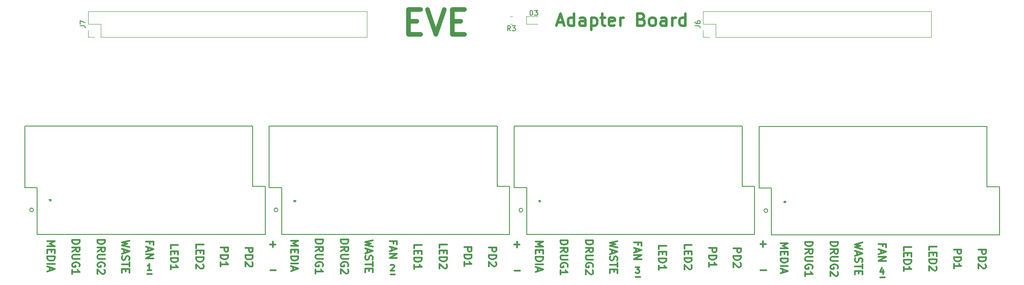
<source format=gto>
G04 #@! TF.GenerationSoftware,KiCad,Pcbnew,5.1.10*
G04 #@! TF.CreationDate,2021-06-21T08:13:57-04:00*
G04 #@! TF.ProjectId,EVE-PCB-V4,4556452d-5043-4422-9d56-342e6b696361,rev?*
G04 #@! TF.SameCoordinates,Original*
G04 #@! TF.FileFunction,Legend,Top*
G04 #@! TF.FilePolarity,Positive*
%FSLAX46Y46*%
G04 Gerber Fmt 4.6, Leading zero omitted, Abs format (unit mm)*
G04 Created by KiCad (PCBNEW 5.1.10) date 2021-06-21 08:13:57*
%MOMM*%
%LPD*%
G01*
G04 APERTURE LIST*
%ADD10C,0.500000*%
%ADD11C,0.900000*%
%ADD12C,0.300000*%
%ADD13C,0.120000*%
%ADD14C,0.152400*%
%ADD15C,0.150000*%
%ADD16O,1.802000X1.802000*%
%ADD17C,2.134000*%
G04 APERTURE END LIST*
D10*
X159295333Y-65948666D02*
X160485809Y-65948666D01*
X159057238Y-66662952D02*
X159890571Y-64162952D01*
X160723904Y-66662952D01*
X162628666Y-66662952D02*
X162628666Y-64162952D01*
X162628666Y-66543904D02*
X162390571Y-66662952D01*
X161914380Y-66662952D01*
X161676285Y-66543904D01*
X161557238Y-66424857D01*
X161438190Y-66186761D01*
X161438190Y-65472476D01*
X161557238Y-65234380D01*
X161676285Y-65115333D01*
X161914380Y-64996285D01*
X162390571Y-64996285D01*
X162628666Y-65115333D01*
X164890571Y-66662952D02*
X164890571Y-65353428D01*
X164771523Y-65115333D01*
X164533428Y-64996285D01*
X164057238Y-64996285D01*
X163819142Y-65115333D01*
X164890571Y-66543904D02*
X164652476Y-66662952D01*
X164057238Y-66662952D01*
X163819142Y-66543904D01*
X163700095Y-66305809D01*
X163700095Y-66067714D01*
X163819142Y-65829619D01*
X164057238Y-65710571D01*
X164652476Y-65710571D01*
X164890571Y-65591523D01*
X166081047Y-64996285D02*
X166081047Y-67496285D01*
X166081047Y-65115333D02*
X166319142Y-64996285D01*
X166795333Y-64996285D01*
X167033428Y-65115333D01*
X167152476Y-65234380D01*
X167271523Y-65472476D01*
X167271523Y-66186761D01*
X167152476Y-66424857D01*
X167033428Y-66543904D01*
X166795333Y-66662952D01*
X166319142Y-66662952D01*
X166081047Y-66543904D01*
X167985809Y-64996285D02*
X168938190Y-64996285D01*
X168342952Y-64162952D02*
X168342952Y-66305809D01*
X168462000Y-66543904D01*
X168700095Y-66662952D01*
X168938190Y-66662952D01*
X170723904Y-66543904D02*
X170485809Y-66662952D01*
X170009619Y-66662952D01*
X169771523Y-66543904D01*
X169652476Y-66305809D01*
X169652476Y-65353428D01*
X169771523Y-65115333D01*
X170009619Y-64996285D01*
X170485809Y-64996285D01*
X170723904Y-65115333D01*
X170842952Y-65353428D01*
X170842952Y-65591523D01*
X169652476Y-65829619D01*
X171914380Y-66662952D02*
X171914380Y-64996285D01*
X171914380Y-65472476D02*
X172033428Y-65234380D01*
X172152476Y-65115333D01*
X172390571Y-64996285D01*
X172628666Y-64996285D01*
X176200095Y-65353428D02*
X176557238Y-65472476D01*
X176676285Y-65591523D01*
X176795333Y-65829619D01*
X176795333Y-66186761D01*
X176676285Y-66424857D01*
X176557238Y-66543904D01*
X176319142Y-66662952D01*
X175366761Y-66662952D01*
X175366761Y-64162952D01*
X176200095Y-64162952D01*
X176438190Y-64282000D01*
X176557238Y-64401047D01*
X176676285Y-64639142D01*
X176676285Y-64877238D01*
X176557238Y-65115333D01*
X176438190Y-65234380D01*
X176200095Y-65353428D01*
X175366761Y-65353428D01*
X178223904Y-66662952D02*
X177985809Y-66543904D01*
X177866761Y-66424857D01*
X177747714Y-66186761D01*
X177747714Y-65472476D01*
X177866761Y-65234380D01*
X177985809Y-65115333D01*
X178223904Y-64996285D01*
X178581047Y-64996285D01*
X178819142Y-65115333D01*
X178938190Y-65234380D01*
X179057238Y-65472476D01*
X179057238Y-66186761D01*
X178938190Y-66424857D01*
X178819142Y-66543904D01*
X178581047Y-66662952D01*
X178223904Y-66662952D01*
X181200095Y-66662952D02*
X181200095Y-65353428D01*
X181081047Y-65115333D01*
X180842952Y-64996285D01*
X180366761Y-64996285D01*
X180128666Y-65115333D01*
X181200095Y-66543904D02*
X180962000Y-66662952D01*
X180366761Y-66662952D01*
X180128666Y-66543904D01*
X180009619Y-66305809D01*
X180009619Y-66067714D01*
X180128666Y-65829619D01*
X180366761Y-65710571D01*
X180962000Y-65710571D01*
X181200095Y-65591523D01*
X182390571Y-66662952D02*
X182390571Y-64996285D01*
X182390571Y-65472476D02*
X182509619Y-65234380D01*
X182628666Y-65115333D01*
X182866761Y-64996285D01*
X183104857Y-64996285D01*
X185009619Y-66662952D02*
X185009619Y-64162952D01*
X185009619Y-66543904D02*
X184771523Y-66662952D01*
X184295333Y-66662952D01*
X184057238Y-66543904D01*
X183938190Y-66424857D01*
X183819142Y-66186761D01*
X183819142Y-65472476D01*
X183938190Y-65234380D01*
X184057238Y-65115333D01*
X184295333Y-64996285D01*
X184771523Y-64996285D01*
X185009619Y-65115333D01*
D11*
X129397809Y-65682857D02*
X131064476Y-65682857D01*
X131778761Y-68301904D02*
X129397809Y-68301904D01*
X129397809Y-63301904D01*
X131778761Y-63301904D01*
X133207333Y-63301904D02*
X134874000Y-68301904D01*
X136540666Y-63301904D01*
X138207333Y-65682857D02*
X139874000Y-65682857D01*
X140588285Y-68301904D02*
X138207333Y-68301904D01*
X138207333Y-63301904D01*
X140588285Y-63301904D01*
D12*
X76962057Y-116481142D02*
X77876342Y-116481142D01*
X77762057Y-115706457D02*
X77076342Y-115706457D01*
X77419200Y-115706457D02*
X77419200Y-114506457D01*
X77304914Y-114677885D01*
X77190628Y-114792171D01*
X77076342Y-114849314D01*
X125844342Y-114722342D02*
X125901485Y-114665200D01*
X126015771Y-114608057D01*
X126301485Y-114608057D01*
X126415771Y-114665200D01*
X126472914Y-114722342D01*
X126530057Y-114836628D01*
X126530057Y-114950914D01*
X126472914Y-115122342D01*
X125787200Y-115808057D01*
X126530057Y-115808057D01*
X125780857Y-116582742D02*
X126695142Y-116582742D01*
X175012400Y-115116057D02*
X175755257Y-115116057D01*
X175355257Y-115573200D01*
X175526685Y-115573200D01*
X175640971Y-115630342D01*
X175698114Y-115687485D01*
X175755257Y-115801771D01*
X175755257Y-116087485D01*
X175698114Y-116201771D01*
X175640971Y-116258914D01*
X175526685Y-116316057D01*
X175183828Y-116316057D01*
X175069542Y-116258914D01*
X175012400Y-116201771D01*
X175006057Y-117090742D02*
X175920342Y-117090742D01*
X224129657Y-117192342D02*
X225043942Y-117192342D01*
X224713771Y-115668457D02*
X224713771Y-116468457D01*
X224428057Y-115211314D02*
X224142342Y-116068457D01*
X224885200Y-116068457D01*
X73363828Y-109780000D02*
X71863828Y-110137142D01*
X72935257Y-110422857D01*
X71863828Y-110708571D01*
X73363828Y-111065714D01*
X72292400Y-111565714D02*
X72292400Y-112280000D01*
X71863828Y-111422857D02*
X73363828Y-111922857D01*
X71863828Y-112422857D01*
X71935257Y-112851428D02*
X71863828Y-113065714D01*
X71863828Y-113422857D01*
X71935257Y-113565714D01*
X72006685Y-113637142D01*
X72149542Y-113708571D01*
X72292400Y-113708571D01*
X72435257Y-113637142D01*
X72506685Y-113565714D01*
X72578114Y-113422857D01*
X72649542Y-113137142D01*
X72720971Y-112994285D01*
X72792400Y-112922857D01*
X72935257Y-112851428D01*
X73078114Y-112851428D01*
X73220971Y-112922857D01*
X73292400Y-112994285D01*
X73363828Y-113137142D01*
X73363828Y-113494285D01*
X73292400Y-113708571D01*
X73363828Y-114137142D02*
X73363828Y-114994285D01*
X71863828Y-114565714D02*
X73363828Y-114565714D01*
X72649542Y-115494285D02*
X72649542Y-115994285D01*
X71863828Y-116208571D02*
X71863828Y-115494285D01*
X73363828Y-115494285D01*
X73363828Y-116208571D01*
X66987028Y-109637142D02*
X68487028Y-109637142D01*
X68487028Y-109994285D01*
X68415600Y-110208571D01*
X68272742Y-110351428D01*
X68129885Y-110422857D01*
X67844171Y-110494285D01*
X67629885Y-110494285D01*
X67344171Y-110422857D01*
X67201314Y-110351428D01*
X67058457Y-110208571D01*
X66987028Y-109994285D01*
X66987028Y-109637142D01*
X66987028Y-111994285D02*
X67701314Y-111494285D01*
X66987028Y-111137142D02*
X68487028Y-111137142D01*
X68487028Y-111708571D01*
X68415600Y-111851428D01*
X68344171Y-111922857D01*
X68201314Y-111994285D01*
X67987028Y-111994285D01*
X67844171Y-111922857D01*
X67772742Y-111851428D01*
X67701314Y-111708571D01*
X67701314Y-111137142D01*
X68487028Y-112637142D02*
X67272742Y-112637142D01*
X67129885Y-112708571D01*
X67058457Y-112780000D01*
X66987028Y-112922857D01*
X66987028Y-113208571D01*
X67058457Y-113351428D01*
X67129885Y-113422857D01*
X67272742Y-113494285D01*
X68487028Y-113494285D01*
X68415600Y-114994285D02*
X68487028Y-114851428D01*
X68487028Y-114637142D01*
X68415600Y-114422857D01*
X68272742Y-114280000D01*
X68129885Y-114208571D01*
X67844171Y-114137142D01*
X67629885Y-114137142D01*
X67344171Y-114208571D01*
X67201314Y-114280000D01*
X67058457Y-114422857D01*
X66987028Y-114637142D01*
X66987028Y-114780000D01*
X67058457Y-114994285D01*
X67129885Y-115065714D01*
X67629885Y-115065714D01*
X67629885Y-114780000D01*
X68344171Y-115637142D02*
X68415600Y-115708571D01*
X68487028Y-115851428D01*
X68487028Y-116208571D01*
X68415600Y-116351428D01*
X68344171Y-116422857D01*
X68201314Y-116494285D01*
X68058457Y-116494285D01*
X67844171Y-116422857D01*
X66987028Y-115565714D01*
X66987028Y-116494285D01*
X91726628Y-111172857D02*
X93226628Y-111172857D01*
X93226628Y-111744285D01*
X93155200Y-111887142D01*
X93083771Y-111958571D01*
X92940914Y-112030000D01*
X92726628Y-112030000D01*
X92583771Y-111958571D01*
X92512342Y-111887142D01*
X92440914Y-111744285D01*
X92440914Y-111172857D01*
X91726628Y-112672857D02*
X93226628Y-112672857D01*
X93226628Y-113030000D01*
X93155200Y-113244285D01*
X93012342Y-113387142D01*
X92869485Y-113458571D01*
X92583771Y-113530000D01*
X92369485Y-113530000D01*
X92083771Y-113458571D01*
X91940914Y-113387142D01*
X91798057Y-113244285D01*
X91726628Y-113030000D01*
X91726628Y-112672857D01*
X91726628Y-114958571D02*
X91726628Y-114101428D01*
X91726628Y-114530000D02*
X93226628Y-114530000D01*
X93012342Y-114387142D01*
X92869485Y-114244285D01*
X92798057Y-114101428D01*
X96654228Y-111223657D02*
X98154228Y-111223657D01*
X98154228Y-111795085D01*
X98082800Y-111937942D01*
X98011371Y-112009371D01*
X97868514Y-112080800D01*
X97654228Y-112080800D01*
X97511371Y-112009371D01*
X97439942Y-111937942D01*
X97368514Y-111795085D01*
X97368514Y-111223657D01*
X96654228Y-112723657D02*
X98154228Y-112723657D01*
X98154228Y-113080800D01*
X98082800Y-113295085D01*
X97939942Y-113437942D01*
X97797085Y-113509371D01*
X97511371Y-113580800D01*
X97297085Y-113580800D01*
X97011371Y-113509371D01*
X96868514Y-113437942D01*
X96725657Y-113295085D01*
X96654228Y-113080800D01*
X96654228Y-112723657D01*
X98011371Y-114152228D02*
X98082800Y-114223657D01*
X98154228Y-114366514D01*
X98154228Y-114723657D01*
X98082800Y-114866514D01*
X98011371Y-114937942D01*
X97868514Y-115009371D01*
X97725657Y-115009371D01*
X97511371Y-114937942D01*
X96654228Y-114080800D01*
X96654228Y-115009371D01*
X81668228Y-111402228D02*
X81668228Y-110687942D01*
X83168228Y-110687942D01*
X82453942Y-111902228D02*
X82453942Y-112402228D01*
X81668228Y-112616514D02*
X81668228Y-111902228D01*
X83168228Y-111902228D01*
X83168228Y-112616514D01*
X81668228Y-113259371D02*
X83168228Y-113259371D01*
X83168228Y-113616514D01*
X83096800Y-113830800D01*
X82953942Y-113973657D01*
X82811085Y-114045085D01*
X82525371Y-114116514D01*
X82311085Y-114116514D01*
X82025371Y-114045085D01*
X81882514Y-113973657D01*
X81739657Y-113830800D01*
X81668228Y-113616514D01*
X81668228Y-113259371D01*
X81668228Y-115545085D02*
X81668228Y-114687942D01*
X81668228Y-115116514D02*
X83168228Y-115116514D01*
X82953942Y-114973657D01*
X82811085Y-114830800D01*
X82739657Y-114687942D01*
X61907028Y-109637142D02*
X63407028Y-109637142D01*
X63407028Y-109994285D01*
X63335600Y-110208571D01*
X63192742Y-110351428D01*
X63049885Y-110422857D01*
X62764171Y-110494285D01*
X62549885Y-110494285D01*
X62264171Y-110422857D01*
X62121314Y-110351428D01*
X61978457Y-110208571D01*
X61907028Y-109994285D01*
X61907028Y-109637142D01*
X61907028Y-111994285D02*
X62621314Y-111494285D01*
X61907028Y-111137142D02*
X63407028Y-111137142D01*
X63407028Y-111708571D01*
X63335600Y-111851428D01*
X63264171Y-111922857D01*
X63121314Y-111994285D01*
X62907028Y-111994285D01*
X62764171Y-111922857D01*
X62692742Y-111851428D01*
X62621314Y-111708571D01*
X62621314Y-111137142D01*
X63407028Y-112637142D02*
X62192742Y-112637142D01*
X62049885Y-112708571D01*
X61978457Y-112780000D01*
X61907028Y-112922857D01*
X61907028Y-113208571D01*
X61978457Y-113351428D01*
X62049885Y-113422857D01*
X62192742Y-113494285D01*
X63407028Y-113494285D01*
X63335600Y-114994285D02*
X63407028Y-114851428D01*
X63407028Y-114637142D01*
X63335600Y-114422857D01*
X63192742Y-114280000D01*
X63049885Y-114208571D01*
X62764171Y-114137142D01*
X62549885Y-114137142D01*
X62264171Y-114208571D01*
X62121314Y-114280000D01*
X61978457Y-114422857D01*
X61907028Y-114637142D01*
X61907028Y-114780000D01*
X61978457Y-114994285D01*
X62049885Y-115065714D01*
X62549885Y-115065714D01*
X62549885Y-114780000D01*
X61907028Y-116494285D02*
X61907028Y-115637142D01*
X61907028Y-116065714D02*
X63407028Y-116065714D01*
X63192742Y-115922857D01*
X63049885Y-115780000D01*
X62978457Y-115637142D01*
X77475542Y-110444114D02*
X77475542Y-109944114D01*
X76689828Y-109944114D02*
X78189828Y-109944114D01*
X78189828Y-110658400D01*
X77118400Y-111158400D02*
X77118400Y-111872685D01*
X76689828Y-111015542D02*
X78189828Y-111515542D01*
X76689828Y-112015542D01*
X76689828Y-112515542D02*
X78189828Y-112515542D01*
X76689828Y-113372685D01*
X78189828Y-113372685D01*
X56928628Y-109898228D02*
X58428628Y-109898228D01*
X57357200Y-110398228D01*
X58428628Y-110898228D01*
X56928628Y-110898228D01*
X57714342Y-111612514D02*
X57714342Y-112112514D01*
X56928628Y-112326800D02*
X56928628Y-111612514D01*
X58428628Y-111612514D01*
X58428628Y-112326800D01*
X56928628Y-112969657D02*
X58428628Y-112969657D01*
X58428628Y-113326800D01*
X58357200Y-113541085D01*
X58214342Y-113683942D01*
X58071485Y-113755371D01*
X57785771Y-113826800D01*
X57571485Y-113826800D01*
X57285771Y-113755371D01*
X57142914Y-113683942D01*
X57000057Y-113541085D01*
X56928628Y-113326800D01*
X56928628Y-112969657D01*
X56928628Y-114469657D02*
X58428628Y-114469657D01*
X57357200Y-115112514D02*
X57357200Y-115826800D01*
X56928628Y-114969657D02*
X58428628Y-115469657D01*
X56928628Y-115969657D01*
X86799028Y-111300628D02*
X86799028Y-110586342D01*
X88299028Y-110586342D01*
X87584742Y-111800628D02*
X87584742Y-112300628D01*
X86799028Y-112514914D02*
X86799028Y-111800628D01*
X88299028Y-111800628D01*
X88299028Y-112514914D01*
X86799028Y-113157771D02*
X88299028Y-113157771D01*
X88299028Y-113514914D01*
X88227600Y-113729200D01*
X88084742Y-113872057D01*
X87941885Y-113943485D01*
X87656171Y-114014914D01*
X87441885Y-114014914D01*
X87156171Y-113943485D01*
X87013314Y-113872057D01*
X86870457Y-113729200D01*
X86799028Y-113514914D01*
X86799028Y-113157771D01*
X88156171Y-114586342D02*
X88227600Y-114657771D01*
X88299028Y-114800628D01*
X88299028Y-115157771D01*
X88227600Y-115300628D01*
X88156171Y-115372057D01*
X88013314Y-115443485D01*
X87870457Y-115443485D01*
X87656171Y-115372057D01*
X86799028Y-114514914D01*
X86799028Y-115443485D01*
X122233428Y-109729200D02*
X120733428Y-110086342D01*
X121804857Y-110372057D01*
X120733428Y-110657771D01*
X122233428Y-111014914D01*
X121162000Y-111514914D02*
X121162000Y-112229200D01*
X120733428Y-111372057D02*
X122233428Y-111872057D01*
X120733428Y-112372057D01*
X120804857Y-112800628D02*
X120733428Y-113014914D01*
X120733428Y-113372057D01*
X120804857Y-113514914D01*
X120876285Y-113586342D01*
X121019142Y-113657771D01*
X121162000Y-113657771D01*
X121304857Y-113586342D01*
X121376285Y-113514914D01*
X121447714Y-113372057D01*
X121519142Y-113086342D01*
X121590571Y-112943485D01*
X121662000Y-112872057D01*
X121804857Y-112800628D01*
X121947714Y-112800628D01*
X122090571Y-112872057D01*
X122162000Y-112943485D01*
X122233428Y-113086342D01*
X122233428Y-113443485D01*
X122162000Y-113657771D01*
X122233428Y-114086342D02*
X122233428Y-114943485D01*
X120733428Y-114514914D02*
X122233428Y-114514914D01*
X121519142Y-115443485D02*
X121519142Y-115943485D01*
X120733428Y-116157771D02*
X120733428Y-115443485D01*
X122233428Y-115443485D01*
X122233428Y-116157771D01*
X115856628Y-109586342D02*
X117356628Y-109586342D01*
X117356628Y-109943485D01*
X117285200Y-110157771D01*
X117142342Y-110300628D01*
X116999485Y-110372057D01*
X116713771Y-110443485D01*
X116499485Y-110443485D01*
X116213771Y-110372057D01*
X116070914Y-110300628D01*
X115928057Y-110157771D01*
X115856628Y-109943485D01*
X115856628Y-109586342D01*
X115856628Y-111943485D02*
X116570914Y-111443485D01*
X115856628Y-111086342D02*
X117356628Y-111086342D01*
X117356628Y-111657771D01*
X117285200Y-111800628D01*
X117213771Y-111872057D01*
X117070914Y-111943485D01*
X116856628Y-111943485D01*
X116713771Y-111872057D01*
X116642342Y-111800628D01*
X116570914Y-111657771D01*
X116570914Y-111086342D01*
X117356628Y-112586342D02*
X116142342Y-112586342D01*
X115999485Y-112657771D01*
X115928057Y-112729200D01*
X115856628Y-112872057D01*
X115856628Y-113157771D01*
X115928057Y-113300628D01*
X115999485Y-113372057D01*
X116142342Y-113443485D01*
X117356628Y-113443485D01*
X117285200Y-114943485D02*
X117356628Y-114800628D01*
X117356628Y-114586342D01*
X117285200Y-114372057D01*
X117142342Y-114229200D01*
X116999485Y-114157771D01*
X116713771Y-114086342D01*
X116499485Y-114086342D01*
X116213771Y-114157771D01*
X116070914Y-114229200D01*
X115928057Y-114372057D01*
X115856628Y-114586342D01*
X115856628Y-114729200D01*
X115928057Y-114943485D01*
X115999485Y-115014914D01*
X116499485Y-115014914D01*
X116499485Y-114729200D01*
X117213771Y-115586342D02*
X117285200Y-115657771D01*
X117356628Y-115800628D01*
X117356628Y-116157771D01*
X117285200Y-116300628D01*
X117213771Y-116372057D01*
X117070914Y-116443485D01*
X116928057Y-116443485D01*
X116713771Y-116372057D01*
X115856628Y-115514914D01*
X115856628Y-116443485D01*
X140596228Y-111122057D02*
X142096228Y-111122057D01*
X142096228Y-111693485D01*
X142024800Y-111836342D01*
X141953371Y-111907771D01*
X141810514Y-111979200D01*
X141596228Y-111979200D01*
X141453371Y-111907771D01*
X141381942Y-111836342D01*
X141310514Y-111693485D01*
X141310514Y-111122057D01*
X140596228Y-112622057D02*
X142096228Y-112622057D01*
X142096228Y-112979200D01*
X142024800Y-113193485D01*
X141881942Y-113336342D01*
X141739085Y-113407771D01*
X141453371Y-113479200D01*
X141239085Y-113479200D01*
X140953371Y-113407771D01*
X140810514Y-113336342D01*
X140667657Y-113193485D01*
X140596228Y-112979200D01*
X140596228Y-112622057D01*
X140596228Y-114907771D02*
X140596228Y-114050628D01*
X140596228Y-114479200D02*
X142096228Y-114479200D01*
X141881942Y-114336342D01*
X141739085Y-114193485D01*
X141667657Y-114050628D01*
X145523828Y-111172857D02*
X147023828Y-111172857D01*
X147023828Y-111744285D01*
X146952400Y-111887142D01*
X146880971Y-111958571D01*
X146738114Y-112030000D01*
X146523828Y-112030000D01*
X146380971Y-111958571D01*
X146309542Y-111887142D01*
X146238114Y-111744285D01*
X146238114Y-111172857D01*
X145523828Y-112672857D02*
X147023828Y-112672857D01*
X147023828Y-113030000D01*
X146952400Y-113244285D01*
X146809542Y-113387142D01*
X146666685Y-113458571D01*
X146380971Y-113530000D01*
X146166685Y-113530000D01*
X145880971Y-113458571D01*
X145738114Y-113387142D01*
X145595257Y-113244285D01*
X145523828Y-113030000D01*
X145523828Y-112672857D01*
X146880971Y-114101428D02*
X146952400Y-114172857D01*
X147023828Y-114315714D01*
X147023828Y-114672857D01*
X146952400Y-114815714D01*
X146880971Y-114887142D01*
X146738114Y-114958571D01*
X146595257Y-114958571D01*
X146380971Y-114887142D01*
X145523828Y-114030000D01*
X145523828Y-114958571D01*
X130537828Y-111351428D02*
X130537828Y-110637142D01*
X132037828Y-110637142D01*
X131323542Y-111851428D02*
X131323542Y-112351428D01*
X130537828Y-112565714D02*
X130537828Y-111851428D01*
X132037828Y-111851428D01*
X132037828Y-112565714D01*
X130537828Y-113208571D02*
X132037828Y-113208571D01*
X132037828Y-113565714D01*
X131966400Y-113780000D01*
X131823542Y-113922857D01*
X131680685Y-113994285D01*
X131394971Y-114065714D01*
X131180685Y-114065714D01*
X130894971Y-113994285D01*
X130752114Y-113922857D01*
X130609257Y-113780000D01*
X130537828Y-113565714D01*
X130537828Y-113208571D01*
X130537828Y-115494285D02*
X130537828Y-114637142D01*
X130537828Y-115065714D02*
X132037828Y-115065714D01*
X131823542Y-114922857D01*
X131680685Y-114780000D01*
X131609257Y-114637142D01*
X110776628Y-109586342D02*
X112276628Y-109586342D01*
X112276628Y-109943485D01*
X112205200Y-110157771D01*
X112062342Y-110300628D01*
X111919485Y-110372057D01*
X111633771Y-110443485D01*
X111419485Y-110443485D01*
X111133771Y-110372057D01*
X110990914Y-110300628D01*
X110848057Y-110157771D01*
X110776628Y-109943485D01*
X110776628Y-109586342D01*
X110776628Y-111943485D02*
X111490914Y-111443485D01*
X110776628Y-111086342D02*
X112276628Y-111086342D01*
X112276628Y-111657771D01*
X112205200Y-111800628D01*
X112133771Y-111872057D01*
X111990914Y-111943485D01*
X111776628Y-111943485D01*
X111633771Y-111872057D01*
X111562342Y-111800628D01*
X111490914Y-111657771D01*
X111490914Y-111086342D01*
X112276628Y-112586342D02*
X111062342Y-112586342D01*
X110919485Y-112657771D01*
X110848057Y-112729200D01*
X110776628Y-112872057D01*
X110776628Y-113157771D01*
X110848057Y-113300628D01*
X110919485Y-113372057D01*
X111062342Y-113443485D01*
X112276628Y-113443485D01*
X112205200Y-114943485D02*
X112276628Y-114800628D01*
X112276628Y-114586342D01*
X112205200Y-114372057D01*
X112062342Y-114229200D01*
X111919485Y-114157771D01*
X111633771Y-114086342D01*
X111419485Y-114086342D01*
X111133771Y-114157771D01*
X110990914Y-114229200D01*
X110848057Y-114372057D01*
X110776628Y-114586342D01*
X110776628Y-114729200D01*
X110848057Y-114943485D01*
X110919485Y-115014914D01*
X111419485Y-115014914D01*
X111419485Y-114729200D01*
X110776628Y-116443485D02*
X110776628Y-115586342D01*
X110776628Y-116014914D02*
X112276628Y-116014914D01*
X112062342Y-115872057D01*
X111919485Y-115729200D01*
X111848057Y-115586342D01*
X126395942Y-110393314D02*
X126395942Y-109893314D01*
X125610228Y-109893314D02*
X127110228Y-109893314D01*
X127110228Y-110607600D01*
X126038800Y-111107600D02*
X126038800Y-111821885D01*
X125610228Y-110964742D02*
X127110228Y-111464742D01*
X125610228Y-111964742D01*
X125610228Y-112464742D02*
X127110228Y-112464742D01*
X125610228Y-113321885D01*
X127110228Y-113321885D01*
X105798228Y-109847428D02*
X107298228Y-109847428D01*
X106226800Y-110347428D01*
X107298228Y-110847428D01*
X105798228Y-110847428D01*
X106583942Y-111561714D02*
X106583942Y-112061714D01*
X105798228Y-112276000D02*
X105798228Y-111561714D01*
X107298228Y-111561714D01*
X107298228Y-112276000D01*
X105798228Y-112918857D02*
X107298228Y-112918857D01*
X107298228Y-113276000D01*
X107226800Y-113490285D01*
X107083942Y-113633142D01*
X106941085Y-113704571D01*
X106655371Y-113776000D01*
X106441085Y-113776000D01*
X106155371Y-113704571D01*
X106012514Y-113633142D01*
X105869657Y-113490285D01*
X105798228Y-113276000D01*
X105798228Y-112918857D01*
X105798228Y-114418857D02*
X107298228Y-114418857D01*
X106226800Y-115061714D02*
X106226800Y-115776000D01*
X105798228Y-114918857D02*
X107298228Y-115418857D01*
X105798228Y-115918857D01*
X135668628Y-111249828D02*
X135668628Y-110535542D01*
X137168628Y-110535542D01*
X136454342Y-111749828D02*
X136454342Y-112249828D01*
X135668628Y-112464114D02*
X135668628Y-111749828D01*
X137168628Y-111749828D01*
X137168628Y-112464114D01*
X135668628Y-113106971D02*
X137168628Y-113106971D01*
X137168628Y-113464114D01*
X137097200Y-113678400D01*
X136954342Y-113821257D01*
X136811485Y-113892685D01*
X136525771Y-113964114D01*
X136311485Y-113964114D01*
X136025771Y-113892685D01*
X135882914Y-113821257D01*
X135740057Y-113678400D01*
X135668628Y-113464114D01*
X135668628Y-113106971D01*
X137025771Y-114535542D02*
X137097200Y-114606971D01*
X137168628Y-114749828D01*
X137168628Y-115106971D01*
X137097200Y-115249828D01*
X137025771Y-115321257D01*
X136882914Y-115392685D01*
X136740057Y-115392685D01*
X136525771Y-115321257D01*
X135668628Y-114464114D01*
X135668628Y-115392685D01*
X102730228Y-110535257D02*
X101587371Y-110535257D01*
X102158800Y-109963828D02*
X102158800Y-111106685D01*
X101638171Y-115778742D02*
X102781028Y-115778742D01*
X151752228Y-110586057D02*
X150609371Y-110586057D01*
X151180800Y-110014628D02*
X151180800Y-111157485D01*
X150660171Y-115829542D02*
X151803028Y-115829542D01*
X171357028Y-109881600D02*
X169857028Y-110238742D01*
X170928457Y-110524457D01*
X169857028Y-110810171D01*
X171357028Y-111167314D01*
X170285600Y-111667314D02*
X170285600Y-112381600D01*
X169857028Y-111524457D02*
X171357028Y-112024457D01*
X169857028Y-112524457D01*
X169928457Y-112953028D02*
X169857028Y-113167314D01*
X169857028Y-113524457D01*
X169928457Y-113667314D01*
X169999885Y-113738742D01*
X170142742Y-113810171D01*
X170285600Y-113810171D01*
X170428457Y-113738742D01*
X170499885Y-113667314D01*
X170571314Y-113524457D01*
X170642742Y-113238742D01*
X170714171Y-113095885D01*
X170785600Y-113024457D01*
X170928457Y-112953028D01*
X171071314Y-112953028D01*
X171214171Y-113024457D01*
X171285600Y-113095885D01*
X171357028Y-113238742D01*
X171357028Y-113595885D01*
X171285600Y-113810171D01*
X171357028Y-114238742D02*
X171357028Y-115095885D01*
X169857028Y-114667314D02*
X171357028Y-114667314D01*
X170642742Y-115595885D02*
X170642742Y-116095885D01*
X169857028Y-116310171D02*
X169857028Y-115595885D01*
X171357028Y-115595885D01*
X171357028Y-116310171D01*
X164980228Y-109738742D02*
X166480228Y-109738742D01*
X166480228Y-110095885D01*
X166408800Y-110310171D01*
X166265942Y-110453028D01*
X166123085Y-110524457D01*
X165837371Y-110595885D01*
X165623085Y-110595885D01*
X165337371Y-110524457D01*
X165194514Y-110453028D01*
X165051657Y-110310171D01*
X164980228Y-110095885D01*
X164980228Y-109738742D01*
X164980228Y-112095885D02*
X165694514Y-111595885D01*
X164980228Y-111238742D02*
X166480228Y-111238742D01*
X166480228Y-111810171D01*
X166408800Y-111953028D01*
X166337371Y-112024457D01*
X166194514Y-112095885D01*
X165980228Y-112095885D01*
X165837371Y-112024457D01*
X165765942Y-111953028D01*
X165694514Y-111810171D01*
X165694514Y-111238742D01*
X166480228Y-112738742D02*
X165265942Y-112738742D01*
X165123085Y-112810171D01*
X165051657Y-112881600D01*
X164980228Y-113024457D01*
X164980228Y-113310171D01*
X165051657Y-113453028D01*
X165123085Y-113524457D01*
X165265942Y-113595885D01*
X166480228Y-113595885D01*
X166408800Y-115095885D02*
X166480228Y-114953028D01*
X166480228Y-114738742D01*
X166408800Y-114524457D01*
X166265942Y-114381600D01*
X166123085Y-114310171D01*
X165837371Y-114238742D01*
X165623085Y-114238742D01*
X165337371Y-114310171D01*
X165194514Y-114381600D01*
X165051657Y-114524457D01*
X164980228Y-114738742D01*
X164980228Y-114881600D01*
X165051657Y-115095885D01*
X165123085Y-115167314D01*
X165623085Y-115167314D01*
X165623085Y-114881600D01*
X166337371Y-115738742D02*
X166408800Y-115810171D01*
X166480228Y-115953028D01*
X166480228Y-116310171D01*
X166408800Y-116453028D01*
X166337371Y-116524457D01*
X166194514Y-116595885D01*
X166051657Y-116595885D01*
X165837371Y-116524457D01*
X164980228Y-115667314D01*
X164980228Y-116595885D01*
X189719828Y-111274457D02*
X191219828Y-111274457D01*
X191219828Y-111845885D01*
X191148400Y-111988742D01*
X191076971Y-112060171D01*
X190934114Y-112131600D01*
X190719828Y-112131600D01*
X190576971Y-112060171D01*
X190505542Y-111988742D01*
X190434114Y-111845885D01*
X190434114Y-111274457D01*
X189719828Y-112774457D02*
X191219828Y-112774457D01*
X191219828Y-113131600D01*
X191148400Y-113345885D01*
X191005542Y-113488742D01*
X190862685Y-113560171D01*
X190576971Y-113631600D01*
X190362685Y-113631600D01*
X190076971Y-113560171D01*
X189934114Y-113488742D01*
X189791257Y-113345885D01*
X189719828Y-113131600D01*
X189719828Y-112774457D01*
X189719828Y-115060171D02*
X189719828Y-114203028D01*
X189719828Y-114631600D02*
X191219828Y-114631600D01*
X191005542Y-114488742D01*
X190862685Y-114345885D01*
X190791257Y-114203028D01*
X194647428Y-111325257D02*
X196147428Y-111325257D01*
X196147428Y-111896685D01*
X196076000Y-112039542D01*
X196004571Y-112110971D01*
X195861714Y-112182400D01*
X195647428Y-112182400D01*
X195504571Y-112110971D01*
X195433142Y-112039542D01*
X195361714Y-111896685D01*
X195361714Y-111325257D01*
X194647428Y-112825257D02*
X196147428Y-112825257D01*
X196147428Y-113182400D01*
X196076000Y-113396685D01*
X195933142Y-113539542D01*
X195790285Y-113610971D01*
X195504571Y-113682400D01*
X195290285Y-113682400D01*
X195004571Y-113610971D01*
X194861714Y-113539542D01*
X194718857Y-113396685D01*
X194647428Y-113182400D01*
X194647428Y-112825257D01*
X196004571Y-114253828D02*
X196076000Y-114325257D01*
X196147428Y-114468114D01*
X196147428Y-114825257D01*
X196076000Y-114968114D01*
X196004571Y-115039542D01*
X195861714Y-115110971D01*
X195718857Y-115110971D01*
X195504571Y-115039542D01*
X194647428Y-114182400D01*
X194647428Y-115110971D01*
X179661428Y-111503828D02*
X179661428Y-110789542D01*
X181161428Y-110789542D01*
X180447142Y-112003828D02*
X180447142Y-112503828D01*
X179661428Y-112718114D02*
X179661428Y-112003828D01*
X181161428Y-112003828D01*
X181161428Y-112718114D01*
X179661428Y-113360971D02*
X181161428Y-113360971D01*
X181161428Y-113718114D01*
X181090000Y-113932400D01*
X180947142Y-114075257D01*
X180804285Y-114146685D01*
X180518571Y-114218114D01*
X180304285Y-114218114D01*
X180018571Y-114146685D01*
X179875714Y-114075257D01*
X179732857Y-113932400D01*
X179661428Y-113718114D01*
X179661428Y-113360971D01*
X179661428Y-115646685D02*
X179661428Y-114789542D01*
X179661428Y-115218114D02*
X181161428Y-115218114D01*
X180947142Y-115075257D01*
X180804285Y-114932400D01*
X180732857Y-114789542D01*
X159900228Y-109738742D02*
X161400228Y-109738742D01*
X161400228Y-110095885D01*
X161328800Y-110310171D01*
X161185942Y-110453028D01*
X161043085Y-110524457D01*
X160757371Y-110595885D01*
X160543085Y-110595885D01*
X160257371Y-110524457D01*
X160114514Y-110453028D01*
X159971657Y-110310171D01*
X159900228Y-110095885D01*
X159900228Y-109738742D01*
X159900228Y-112095885D02*
X160614514Y-111595885D01*
X159900228Y-111238742D02*
X161400228Y-111238742D01*
X161400228Y-111810171D01*
X161328800Y-111953028D01*
X161257371Y-112024457D01*
X161114514Y-112095885D01*
X160900228Y-112095885D01*
X160757371Y-112024457D01*
X160685942Y-111953028D01*
X160614514Y-111810171D01*
X160614514Y-111238742D01*
X161400228Y-112738742D02*
X160185942Y-112738742D01*
X160043085Y-112810171D01*
X159971657Y-112881600D01*
X159900228Y-113024457D01*
X159900228Y-113310171D01*
X159971657Y-113453028D01*
X160043085Y-113524457D01*
X160185942Y-113595885D01*
X161400228Y-113595885D01*
X161328800Y-115095885D02*
X161400228Y-114953028D01*
X161400228Y-114738742D01*
X161328800Y-114524457D01*
X161185942Y-114381600D01*
X161043085Y-114310171D01*
X160757371Y-114238742D01*
X160543085Y-114238742D01*
X160257371Y-114310171D01*
X160114514Y-114381600D01*
X159971657Y-114524457D01*
X159900228Y-114738742D01*
X159900228Y-114881600D01*
X159971657Y-115095885D01*
X160043085Y-115167314D01*
X160543085Y-115167314D01*
X160543085Y-114881600D01*
X159900228Y-116595885D02*
X159900228Y-115738742D01*
X159900228Y-116167314D02*
X161400228Y-116167314D01*
X161185942Y-116024457D01*
X161043085Y-115881600D01*
X160971657Y-115738742D01*
X175468742Y-110647314D02*
X175468742Y-110147314D01*
X174683028Y-110147314D02*
X176183028Y-110147314D01*
X176183028Y-110861600D01*
X175111600Y-111361600D02*
X175111600Y-112075885D01*
X174683028Y-111218742D02*
X176183028Y-111718742D01*
X174683028Y-112218742D01*
X174683028Y-112718742D02*
X176183028Y-112718742D01*
X174683028Y-113575885D01*
X176183028Y-113575885D01*
X154921828Y-109999828D02*
X156421828Y-109999828D01*
X155350400Y-110499828D01*
X156421828Y-110999828D01*
X154921828Y-110999828D01*
X155707542Y-111714114D02*
X155707542Y-112214114D01*
X154921828Y-112428400D02*
X154921828Y-111714114D01*
X156421828Y-111714114D01*
X156421828Y-112428400D01*
X154921828Y-113071257D02*
X156421828Y-113071257D01*
X156421828Y-113428400D01*
X156350400Y-113642685D01*
X156207542Y-113785542D01*
X156064685Y-113856971D01*
X155778971Y-113928400D01*
X155564685Y-113928400D01*
X155278971Y-113856971D01*
X155136114Y-113785542D01*
X154993257Y-113642685D01*
X154921828Y-113428400D01*
X154921828Y-113071257D01*
X154921828Y-114571257D02*
X156421828Y-114571257D01*
X155350400Y-115214114D02*
X155350400Y-115928400D01*
X154921828Y-115071257D02*
X156421828Y-115571257D01*
X154921828Y-116071257D01*
X184792228Y-111402228D02*
X184792228Y-110687942D01*
X186292228Y-110687942D01*
X185577942Y-111902228D02*
X185577942Y-112402228D01*
X184792228Y-112616514D02*
X184792228Y-111902228D01*
X186292228Y-111902228D01*
X186292228Y-112616514D01*
X184792228Y-113259371D02*
X186292228Y-113259371D01*
X186292228Y-113616514D01*
X186220800Y-113830800D01*
X186077942Y-113973657D01*
X185935085Y-114045085D01*
X185649371Y-114116514D01*
X185435085Y-114116514D01*
X185149371Y-114045085D01*
X185006514Y-113973657D01*
X184863657Y-113830800D01*
X184792228Y-113616514D01*
X184792228Y-113259371D01*
X186149371Y-114687942D02*
X186220800Y-114759371D01*
X186292228Y-114902228D01*
X186292228Y-115259371D01*
X186220800Y-115402228D01*
X186149371Y-115473657D01*
X186006514Y-115545085D01*
X185863657Y-115545085D01*
X185649371Y-115473657D01*
X184792228Y-114616514D01*
X184792228Y-115545085D01*
X200088571Y-115727942D02*
X201231428Y-115727942D01*
X201180628Y-110484457D02*
X200037771Y-110484457D01*
X200609200Y-109913028D02*
X200609200Y-111055885D01*
X243821828Y-111630057D02*
X245321828Y-111630057D01*
X245321828Y-112201485D01*
X245250400Y-112344342D01*
X245178971Y-112415771D01*
X245036114Y-112487200D01*
X244821828Y-112487200D01*
X244678971Y-112415771D01*
X244607542Y-112344342D01*
X244536114Y-112201485D01*
X244536114Y-111630057D01*
X243821828Y-113130057D02*
X245321828Y-113130057D01*
X245321828Y-113487200D01*
X245250400Y-113701485D01*
X245107542Y-113844342D01*
X244964685Y-113915771D01*
X244678971Y-113987200D01*
X244464685Y-113987200D01*
X244178971Y-113915771D01*
X244036114Y-113844342D01*
X243893257Y-113701485D01*
X243821828Y-113487200D01*
X243821828Y-113130057D01*
X245178971Y-114558628D02*
X245250400Y-114630057D01*
X245321828Y-114772914D01*
X245321828Y-115130057D01*
X245250400Y-115272914D01*
X245178971Y-115344342D01*
X245036114Y-115415771D01*
X244893257Y-115415771D01*
X244678971Y-115344342D01*
X243821828Y-114487200D01*
X243821828Y-115415771D01*
X238894228Y-111579257D02*
X240394228Y-111579257D01*
X240394228Y-112150685D01*
X240322800Y-112293542D01*
X240251371Y-112364971D01*
X240108514Y-112436400D01*
X239894228Y-112436400D01*
X239751371Y-112364971D01*
X239679942Y-112293542D01*
X239608514Y-112150685D01*
X239608514Y-111579257D01*
X238894228Y-113079257D02*
X240394228Y-113079257D01*
X240394228Y-113436400D01*
X240322800Y-113650685D01*
X240179942Y-113793542D01*
X240037085Y-113864971D01*
X239751371Y-113936400D01*
X239537085Y-113936400D01*
X239251371Y-113864971D01*
X239108514Y-113793542D01*
X238965657Y-113650685D01*
X238894228Y-113436400D01*
X238894228Y-113079257D01*
X238894228Y-115364971D02*
X238894228Y-114507828D01*
X238894228Y-114936400D02*
X240394228Y-114936400D01*
X240179942Y-114793542D01*
X240037085Y-114650685D01*
X239965657Y-114507828D01*
X233966628Y-111707028D02*
X233966628Y-110992742D01*
X235466628Y-110992742D01*
X234752342Y-112207028D02*
X234752342Y-112707028D01*
X233966628Y-112921314D02*
X233966628Y-112207028D01*
X235466628Y-112207028D01*
X235466628Y-112921314D01*
X233966628Y-113564171D02*
X235466628Y-113564171D01*
X235466628Y-113921314D01*
X235395200Y-114135600D01*
X235252342Y-114278457D01*
X235109485Y-114349885D01*
X234823771Y-114421314D01*
X234609485Y-114421314D01*
X234323771Y-114349885D01*
X234180914Y-114278457D01*
X234038057Y-114135600D01*
X233966628Y-113921314D01*
X233966628Y-113564171D01*
X235323771Y-114992742D02*
X235395200Y-115064171D01*
X235466628Y-115207028D01*
X235466628Y-115564171D01*
X235395200Y-115707028D01*
X235323771Y-115778457D01*
X235180914Y-115849885D01*
X235038057Y-115849885D01*
X234823771Y-115778457D01*
X233966628Y-114921314D01*
X233966628Y-115849885D01*
X228835828Y-111808628D02*
X228835828Y-111094342D01*
X230335828Y-111094342D01*
X229621542Y-112308628D02*
X229621542Y-112808628D01*
X228835828Y-113022914D02*
X228835828Y-112308628D01*
X230335828Y-112308628D01*
X230335828Y-113022914D01*
X228835828Y-113665771D02*
X230335828Y-113665771D01*
X230335828Y-114022914D01*
X230264400Y-114237200D01*
X230121542Y-114380057D01*
X229978685Y-114451485D01*
X229692971Y-114522914D01*
X229478685Y-114522914D01*
X229192971Y-114451485D01*
X229050114Y-114380057D01*
X228907257Y-114237200D01*
X228835828Y-114022914D01*
X228835828Y-113665771D01*
X228835828Y-115951485D02*
X228835828Y-115094342D01*
X228835828Y-115522914D02*
X230335828Y-115522914D01*
X230121542Y-115380057D01*
X229978685Y-115237200D01*
X229907257Y-115094342D01*
X224592342Y-110952114D02*
X224592342Y-110452114D01*
X223806628Y-110452114D02*
X225306628Y-110452114D01*
X225306628Y-111166400D01*
X224235200Y-111666400D02*
X224235200Y-112380685D01*
X223806628Y-111523542D02*
X225306628Y-112023542D01*
X223806628Y-112523542D01*
X223806628Y-113023542D02*
X225306628Y-113023542D01*
X223806628Y-113880685D01*
X225306628Y-113880685D01*
X220531428Y-110186400D02*
X219031428Y-110543542D01*
X220102857Y-110829257D01*
X219031428Y-111114971D01*
X220531428Y-111472114D01*
X219460000Y-111972114D02*
X219460000Y-112686400D01*
X219031428Y-111829257D02*
X220531428Y-112329257D01*
X219031428Y-112829257D01*
X219102857Y-113257828D02*
X219031428Y-113472114D01*
X219031428Y-113829257D01*
X219102857Y-113972114D01*
X219174285Y-114043542D01*
X219317142Y-114114971D01*
X219460000Y-114114971D01*
X219602857Y-114043542D01*
X219674285Y-113972114D01*
X219745714Y-113829257D01*
X219817142Y-113543542D01*
X219888571Y-113400685D01*
X219960000Y-113329257D01*
X220102857Y-113257828D01*
X220245714Y-113257828D01*
X220388571Y-113329257D01*
X220460000Y-113400685D01*
X220531428Y-113543542D01*
X220531428Y-113900685D01*
X220460000Y-114114971D01*
X220531428Y-114543542D02*
X220531428Y-115400685D01*
X219031428Y-114972114D02*
X220531428Y-114972114D01*
X219817142Y-115900685D02*
X219817142Y-116400685D01*
X219031428Y-116614971D02*
X219031428Y-115900685D01*
X220531428Y-115900685D01*
X220531428Y-116614971D01*
X214154628Y-110043542D02*
X215654628Y-110043542D01*
X215654628Y-110400685D01*
X215583200Y-110614971D01*
X215440342Y-110757828D01*
X215297485Y-110829257D01*
X215011771Y-110900685D01*
X214797485Y-110900685D01*
X214511771Y-110829257D01*
X214368914Y-110757828D01*
X214226057Y-110614971D01*
X214154628Y-110400685D01*
X214154628Y-110043542D01*
X214154628Y-112400685D02*
X214868914Y-111900685D01*
X214154628Y-111543542D02*
X215654628Y-111543542D01*
X215654628Y-112114971D01*
X215583200Y-112257828D01*
X215511771Y-112329257D01*
X215368914Y-112400685D01*
X215154628Y-112400685D01*
X215011771Y-112329257D01*
X214940342Y-112257828D01*
X214868914Y-112114971D01*
X214868914Y-111543542D01*
X215654628Y-113043542D02*
X214440342Y-113043542D01*
X214297485Y-113114971D01*
X214226057Y-113186400D01*
X214154628Y-113329257D01*
X214154628Y-113614971D01*
X214226057Y-113757828D01*
X214297485Y-113829257D01*
X214440342Y-113900685D01*
X215654628Y-113900685D01*
X215583200Y-115400685D02*
X215654628Y-115257828D01*
X215654628Y-115043542D01*
X215583200Y-114829257D01*
X215440342Y-114686400D01*
X215297485Y-114614971D01*
X215011771Y-114543542D01*
X214797485Y-114543542D01*
X214511771Y-114614971D01*
X214368914Y-114686400D01*
X214226057Y-114829257D01*
X214154628Y-115043542D01*
X214154628Y-115186400D01*
X214226057Y-115400685D01*
X214297485Y-115472114D01*
X214797485Y-115472114D01*
X214797485Y-115186400D01*
X215511771Y-116043542D02*
X215583200Y-116114971D01*
X215654628Y-116257828D01*
X215654628Y-116614971D01*
X215583200Y-116757828D01*
X215511771Y-116829257D01*
X215368914Y-116900685D01*
X215226057Y-116900685D01*
X215011771Y-116829257D01*
X214154628Y-115972114D01*
X214154628Y-116900685D01*
X209074628Y-110043542D02*
X210574628Y-110043542D01*
X210574628Y-110400685D01*
X210503200Y-110614971D01*
X210360342Y-110757828D01*
X210217485Y-110829257D01*
X209931771Y-110900685D01*
X209717485Y-110900685D01*
X209431771Y-110829257D01*
X209288914Y-110757828D01*
X209146057Y-110614971D01*
X209074628Y-110400685D01*
X209074628Y-110043542D01*
X209074628Y-112400685D02*
X209788914Y-111900685D01*
X209074628Y-111543542D02*
X210574628Y-111543542D01*
X210574628Y-112114971D01*
X210503200Y-112257828D01*
X210431771Y-112329257D01*
X210288914Y-112400685D01*
X210074628Y-112400685D01*
X209931771Y-112329257D01*
X209860342Y-112257828D01*
X209788914Y-112114971D01*
X209788914Y-111543542D01*
X210574628Y-113043542D02*
X209360342Y-113043542D01*
X209217485Y-113114971D01*
X209146057Y-113186400D01*
X209074628Y-113329257D01*
X209074628Y-113614971D01*
X209146057Y-113757828D01*
X209217485Y-113829257D01*
X209360342Y-113900685D01*
X210574628Y-113900685D01*
X210503200Y-115400685D02*
X210574628Y-115257828D01*
X210574628Y-115043542D01*
X210503200Y-114829257D01*
X210360342Y-114686400D01*
X210217485Y-114614971D01*
X209931771Y-114543542D01*
X209717485Y-114543542D01*
X209431771Y-114614971D01*
X209288914Y-114686400D01*
X209146057Y-114829257D01*
X209074628Y-115043542D01*
X209074628Y-115186400D01*
X209146057Y-115400685D01*
X209217485Y-115472114D01*
X209717485Y-115472114D01*
X209717485Y-115186400D01*
X209074628Y-116900685D02*
X209074628Y-116043542D01*
X209074628Y-116472114D02*
X210574628Y-116472114D01*
X210360342Y-116329257D01*
X210217485Y-116186400D01*
X210146057Y-116043542D01*
X204096228Y-110304628D02*
X205596228Y-110304628D01*
X204524800Y-110804628D01*
X205596228Y-111304628D01*
X204096228Y-111304628D01*
X204881942Y-112018914D02*
X204881942Y-112518914D01*
X204096228Y-112733200D02*
X204096228Y-112018914D01*
X205596228Y-112018914D01*
X205596228Y-112733200D01*
X204096228Y-113376057D02*
X205596228Y-113376057D01*
X205596228Y-113733200D01*
X205524800Y-113947485D01*
X205381942Y-114090342D01*
X205239085Y-114161771D01*
X204953371Y-114233200D01*
X204739085Y-114233200D01*
X204453371Y-114161771D01*
X204310514Y-114090342D01*
X204167657Y-113947485D01*
X204096228Y-113733200D01*
X204096228Y-113376057D01*
X204096228Y-114876057D02*
X205596228Y-114876057D01*
X204524800Y-115518914D02*
X204524800Y-116233200D01*
X204096228Y-115376057D02*
X205596228Y-115876057D01*
X204096228Y-116376057D01*
D13*
X188509600Y-68919400D02*
X188509600Y-67589400D01*
X189839600Y-68919400D02*
X188509600Y-68919400D01*
X188509600Y-66319400D02*
X188509600Y-63719400D01*
X191109600Y-66319400D02*
X188509600Y-66319400D01*
X191109600Y-68919400D02*
X191109600Y-66319400D01*
X188509600Y-63719400D02*
X234349600Y-63719400D01*
X191109600Y-68919400D02*
X234349600Y-68919400D01*
X234349600Y-68919400D02*
X234349600Y-63719400D01*
X65065600Y-68919400D02*
X65065600Y-67589400D01*
X66395600Y-68919400D02*
X65065600Y-68919400D01*
X65065600Y-66319400D02*
X65065600Y-63719400D01*
X67665600Y-66319400D02*
X65065600Y-66319400D01*
X67665600Y-68919400D02*
X67665600Y-66319400D01*
X65065600Y-63719400D02*
X121065600Y-63719400D01*
X67665600Y-68919400D02*
X121065600Y-68919400D01*
X121065600Y-68919400D02*
X121065600Y-63719400D01*
D14*
X54878600Y-99113000D02*
X52378597Y-99113000D01*
X52378597Y-99113000D02*
X52378597Y-86759001D01*
X52378597Y-86759001D02*
X98132600Y-86759001D01*
X98132600Y-86759001D02*
X98132600Y-98859000D01*
X98132600Y-98859000D02*
X100632604Y-98859000D01*
X100632604Y-98859000D02*
X100632604Y-108513001D01*
X100632604Y-108513001D02*
X54878600Y-108513001D01*
X54878600Y-108513001D02*
X54878600Y-99113000D01*
X54116600Y-103618000D02*
G75*
G03*
X54116600Y-103618000I-381000J0D01*
G01*
X153125800Y-99163800D02*
X150625797Y-99163800D01*
X150625797Y-99163800D02*
X150625797Y-86809801D01*
X150625797Y-86809801D02*
X196379800Y-86809801D01*
X196379800Y-86809801D02*
X196379800Y-98909800D01*
X196379800Y-98909800D02*
X198879804Y-98909800D01*
X198879804Y-98909800D02*
X198879804Y-108563801D01*
X198879804Y-108563801D02*
X153125800Y-108563801D01*
X153125800Y-108563801D02*
X153125800Y-99163800D01*
X152363800Y-103668800D02*
G75*
G03*
X152363800Y-103668800I-381000J0D01*
G01*
X103189400Y-103618000D02*
G75*
G03*
X103189400Y-103618000I-381000J0D01*
G01*
X103951400Y-108513001D02*
X103951400Y-99113000D01*
X149705404Y-108513001D02*
X103951400Y-108513001D01*
X149705404Y-98859000D02*
X149705404Y-108513001D01*
X147205400Y-98859000D02*
X149705404Y-98859000D01*
X147205400Y-86759001D02*
X147205400Y-98859000D01*
X101451397Y-86759001D02*
X147205400Y-86759001D01*
X101451397Y-99113000D02*
X101451397Y-86759001D01*
X103951400Y-99113000D02*
X101451397Y-99113000D01*
X201538200Y-103770400D02*
G75*
G03*
X201538200Y-103770400I-381000J0D01*
G01*
X202300200Y-108665401D02*
X202300200Y-99265400D01*
X248054204Y-108665401D02*
X202300200Y-108665401D01*
X248054204Y-99011400D02*
X248054204Y-108665401D01*
X245554200Y-99011400D02*
X248054204Y-99011400D01*
X245554200Y-86911401D02*
X245554200Y-99011400D01*
X199800197Y-86911401D02*
X245554200Y-86911401D01*
X199800197Y-99265400D02*
X199800197Y-86911401D01*
X202300200Y-99265400D02*
X199800197Y-99265400D01*
D13*
X153048600Y-66267000D02*
X155333600Y-66267000D01*
X153048600Y-64797000D02*
X153048600Y-66267000D01*
X155333600Y-64797000D02*
X153048600Y-64797000D01*
X150268065Y-64806801D02*
X149813937Y-64806801D01*
X150268065Y-66276801D02*
X149813937Y-66276801D01*
D15*
X186961980Y-66652733D02*
X187676266Y-66652733D01*
X187819123Y-66700352D01*
X187914361Y-66795590D01*
X187961980Y-66938447D01*
X187961980Y-67033685D01*
X186961980Y-65747971D02*
X186961980Y-65938447D01*
X187009600Y-66033685D01*
X187057219Y-66081304D01*
X187200076Y-66176542D01*
X187390552Y-66224161D01*
X187771504Y-66224161D01*
X187866742Y-66176542D01*
X187914361Y-66128923D01*
X187961980Y-66033685D01*
X187961980Y-65843209D01*
X187914361Y-65747971D01*
X187866742Y-65700352D01*
X187771504Y-65652733D01*
X187533409Y-65652733D01*
X187438171Y-65700352D01*
X187390552Y-65747971D01*
X187342933Y-65843209D01*
X187342933Y-66033685D01*
X187390552Y-66128923D01*
X187438171Y-66176542D01*
X187533409Y-66224161D01*
X63517980Y-66652733D02*
X64232266Y-66652733D01*
X64375123Y-66700352D01*
X64470361Y-66795590D01*
X64517980Y-66938447D01*
X64517980Y-67033685D01*
X63517980Y-66271780D02*
X63517980Y-65605114D01*
X64517980Y-66033685D01*
X57505600Y-101407980D02*
X57505600Y-101646076D01*
X57267504Y-101550838D02*
X57505600Y-101646076D01*
X57743695Y-101550838D01*
X57362742Y-101836552D02*
X57505600Y-101646076D01*
X57648457Y-101836552D01*
X155752800Y-101611180D02*
X155752800Y-101849276D01*
X155514704Y-101754038D02*
X155752800Y-101849276D01*
X155990895Y-101754038D01*
X155609942Y-102039752D02*
X155752800Y-101849276D01*
X155895657Y-102039752D01*
X106578400Y-101611180D02*
X106578400Y-101849276D01*
X106340304Y-101754038D02*
X106578400Y-101849276D01*
X106816495Y-101754038D01*
X106435542Y-102039752D02*
X106578400Y-101849276D01*
X106721257Y-102039752D01*
X204978000Y-101763580D02*
X204978000Y-102001676D01*
X204739904Y-101906438D02*
X204978000Y-102001676D01*
X205216095Y-101906438D01*
X204835142Y-102192152D02*
X204978000Y-102001676D01*
X205120857Y-102192152D01*
X153795504Y-64554380D02*
X153795504Y-63554380D01*
X154033600Y-63554380D01*
X154176457Y-63602000D01*
X154271695Y-63697238D01*
X154319314Y-63792476D01*
X154366933Y-63982952D01*
X154366933Y-64125809D01*
X154319314Y-64316285D01*
X154271695Y-64411523D01*
X154176457Y-64506761D01*
X154033600Y-64554380D01*
X153795504Y-64554380D01*
X154700266Y-63554380D02*
X155319314Y-63554380D01*
X154985980Y-63935333D01*
X155128838Y-63935333D01*
X155224076Y-63982952D01*
X155271695Y-64030571D01*
X155319314Y-64125809D01*
X155319314Y-64363904D01*
X155271695Y-64459142D01*
X155224076Y-64506761D01*
X155128838Y-64554380D01*
X154843123Y-64554380D01*
X154747885Y-64506761D01*
X154700266Y-64459142D01*
X149874334Y-67644181D02*
X149541001Y-67167991D01*
X149302905Y-67644181D02*
X149302905Y-66644181D01*
X149683858Y-66644181D01*
X149779096Y-66691801D01*
X149826715Y-66739420D01*
X149874334Y-66834658D01*
X149874334Y-66977515D01*
X149826715Y-67072753D01*
X149779096Y-67120372D01*
X149683858Y-67167991D01*
X149302905Y-67167991D01*
X150207667Y-66644181D02*
X150826715Y-66644181D01*
X150493381Y-67025134D01*
X150636239Y-67025134D01*
X150731477Y-67072753D01*
X150779096Y-67120372D01*
X150826715Y-67215610D01*
X150826715Y-67453705D01*
X150779096Y-67548943D01*
X150731477Y-67596562D01*
X150636239Y-67644181D01*
X150350524Y-67644181D01*
X150255286Y-67596562D01*
X150207667Y-67548943D01*
%LPC*%
G36*
G01*
X190689600Y-68490400D02*
X188989600Y-68490400D01*
G75*
G02*
X188938600Y-68439400I0J51000D01*
G01*
X188938600Y-66739400D01*
G75*
G02*
X188989600Y-66688400I51000J0D01*
G01*
X190689600Y-66688400D01*
G75*
G02*
X190740600Y-66739400I0J-51000D01*
G01*
X190740600Y-68439400D01*
G75*
G02*
X190689600Y-68490400I-51000J0D01*
G01*
G37*
D16*
X189839600Y-65049400D03*
X192379600Y-67589400D03*
X192379600Y-65049400D03*
X194919600Y-67589400D03*
X194919600Y-65049400D03*
X197459600Y-67589400D03*
X197459600Y-65049400D03*
X199999600Y-67589400D03*
X199999600Y-65049400D03*
X202539600Y-67589400D03*
X202539600Y-65049400D03*
X205079600Y-67589400D03*
X205079600Y-65049400D03*
X207619600Y-67589400D03*
X207619600Y-65049400D03*
X210159600Y-67589400D03*
X210159600Y-65049400D03*
X212699600Y-67589400D03*
X212699600Y-65049400D03*
X215239600Y-67589400D03*
X215239600Y-65049400D03*
X217779600Y-67589400D03*
X217779600Y-65049400D03*
X220319600Y-67589400D03*
X220319600Y-65049400D03*
X222859600Y-67589400D03*
X222859600Y-65049400D03*
X225399600Y-67589400D03*
X225399600Y-65049400D03*
X227939600Y-67589400D03*
X227939600Y-65049400D03*
X230479600Y-67589400D03*
X230479600Y-65049400D03*
X233019600Y-67589400D03*
X233019600Y-65049400D03*
G36*
G01*
X67245600Y-68490400D02*
X65545600Y-68490400D01*
G75*
G02*
X65494600Y-68439400I0J51000D01*
G01*
X65494600Y-66739400D01*
G75*
G02*
X65545600Y-66688400I51000J0D01*
G01*
X67245600Y-66688400D01*
G75*
G02*
X67296600Y-66739400I0J-51000D01*
G01*
X67296600Y-68439400D01*
G75*
G02*
X67245600Y-68490400I-51000J0D01*
G01*
G37*
X66395600Y-65049400D03*
X68935600Y-67589400D03*
X68935600Y-65049400D03*
X71475600Y-67589400D03*
X71475600Y-65049400D03*
X74015600Y-67589400D03*
X74015600Y-65049400D03*
X76555600Y-67589400D03*
X76555600Y-65049400D03*
X79095600Y-67589400D03*
X79095600Y-65049400D03*
X81635600Y-67589400D03*
X81635600Y-65049400D03*
X84175600Y-67589400D03*
X84175600Y-65049400D03*
X86715600Y-67589400D03*
X86715600Y-65049400D03*
X89255600Y-67589400D03*
X89255600Y-65049400D03*
X91795600Y-67589400D03*
X91795600Y-65049400D03*
X94335600Y-67589400D03*
X94335600Y-65049400D03*
X96875600Y-67589400D03*
X96875600Y-65049400D03*
X99415600Y-67589400D03*
X99415600Y-65049400D03*
X101955600Y-67589400D03*
X101955600Y-65049400D03*
X104495600Y-67589400D03*
X104495600Y-65049400D03*
X107035600Y-67589400D03*
X107035600Y-65049400D03*
X109575600Y-67589400D03*
X109575600Y-65049400D03*
X112115600Y-67589400D03*
X112115600Y-65049400D03*
X114655600Y-67589400D03*
X114655600Y-65049400D03*
X117195600Y-67589400D03*
X117195600Y-65049400D03*
X119735600Y-67589400D03*
X119735600Y-65049400D03*
D17*
X97505601Y-103886000D03*
X95005601Y-88886000D03*
X92505601Y-103886000D03*
X90005601Y-88886000D03*
X87505601Y-103886000D03*
X85005601Y-88886000D03*
X82505601Y-103886000D03*
X80005601Y-88886000D03*
X77505601Y-103886000D03*
X75005601Y-88886000D03*
X72505600Y-103886000D03*
X70005600Y-88886000D03*
X67505600Y-103886000D03*
X65005600Y-88886000D03*
X62505600Y-103886000D03*
X60005600Y-88886000D03*
X57505600Y-103886000D03*
X55005600Y-88886000D03*
X195752801Y-103936800D03*
X193252801Y-88936800D03*
X190752801Y-103936800D03*
X188252801Y-88936800D03*
X185752801Y-103936800D03*
X183252801Y-88936800D03*
X180752801Y-103936800D03*
X178252801Y-88936800D03*
X175752801Y-103936800D03*
X173252801Y-88936800D03*
X170752800Y-103936800D03*
X168252800Y-88936800D03*
X165752800Y-103936800D03*
X163252800Y-88936800D03*
X160752800Y-103936800D03*
X158252800Y-88936800D03*
X155752800Y-103936800D03*
X153252800Y-88936800D03*
X104078400Y-88886000D03*
X106578400Y-103886000D03*
X109078400Y-88886000D03*
X111578400Y-103886000D03*
X114078400Y-88886000D03*
X116578400Y-103886000D03*
X119078400Y-88886000D03*
X121578400Y-103886000D03*
X124078401Y-88886000D03*
X126578401Y-103886000D03*
X129078401Y-88886000D03*
X131578401Y-103886000D03*
X134078401Y-88886000D03*
X136578401Y-103886000D03*
X139078401Y-88886000D03*
X141578401Y-103886000D03*
X144078401Y-88886000D03*
X146578401Y-103886000D03*
X202427200Y-89038400D03*
X204927200Y-104038400D03*
X207427200Y-89038400D03*
X209927200Y-104038400D03*
X212427200Y-89038400D03*
X214927200Y-104038400D03*
X217427200Y-89038400D03*
X219927200Y-104038400D03*
X222427201Y-89038400D03*
X224927201Y-104038400D03*
X227427201Y-89038400D03*
X229927201Y-104038400D03*
X232427201Y-89038400D03*
X234927201Y-104038400D03*
X237427201Y-89038400D03*
X239927201Y-104038400D03*
X242427201Y-89038400D03*
X244927201Y-104038400D03*
G36*
G01*
X153257600Y-65813750D02*
X153257600Y-65250250D01*
G75*
G02*
X153501850Y-65006000I244250J0D01*
G01*
X153990350Y-65006000D01*
G75*
G02*
X154234600Y-65250250I0J-244250D01*
G01*
X154234600Y-65813750D01*
G75*
G02*
X153990350Y-66058000I-244250J0D01*
G01*
X153501850Y-66058000D01*
G75*
G02*
X153257600Y-65813750I0J244250D01*
G01*
G37*
G36*
G01*
X154832600Y-65813750D02*
X154832600Y-65250250D01*
G75*
G02*
X155076850Y-65006000I244250J0D01*
G01*
X155565350Y-65006000D01*
G75*
G02*
X155809600Y-65250250I0J-244250D01*
G01*
X155809600Y-65813750D01*
G75*
G02*
X155565350Y-66058000I-244250J0D01*
G01*
X155076850Y-66058000D01*
G75*
G02*
X154832600Y-65813750I0J244250D01*
G01*
G37*
G36*
G01*
X151517001Y-65065677D02*
X151517001Y-66017925D01*
G75*
G02*
X151242125Y-66292801I-274876J0D01*
G01*
X150664877Y-66292801D01*
G75*
G02*
X150390001Y-66017925I0J274876D01*
G01*
X150390001Y-65065677D01*
G75*
G02*
X150664877Y-64790801I274876J0D01*
G01*
X151242125Y-64790801D01*
G75*
G02*
X151517001Y-65065677I0J-274876D01*
G01*
G37*
G36*
G01*
X149692001Y-65065677D02*
X149692001Y-66017925D01*
G75*
G02*
X149417125Y-66292801I-274876J0D01*
G01*
X148839877Y-66292801D01*
G75*
G02*
X148565001Y-66017925I0J274876D01*
G01*
X148565001Y-65065677D01*
G75*
G02*
X148839877Y-64790801I274876J0D01*
G01*
X149417125Y-64790801D01*
G75*
G02*
X149692001Y-65065677I0J-274876D01*
G01*
G37*
M02*

</source>
